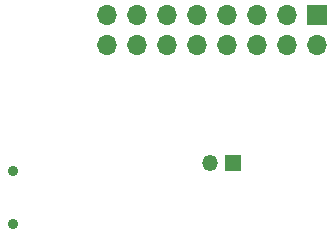
<source format=gbr>
%TF.GenerationSoftware,KiCad,Pcbnew,8.0.1*%
%TF.CreationDate,2024-03-24T23:27:44+02:00*%
%TF.ProjectId,Power Project PCB  v0,506f7765-7220-4507-926f-6a6563742050,rev?*%
%TF.SameCoordinates,Original*%
%TF.FileFunction,Soldermask,Bot*%
%TF.FilePolarity,Negative*%
%FSLAX46Y46*%
G04 Gerber Fmt 4.6, Leading zero omitted, Abs format (unit mm)*
G04 Created by KiCad (PCBNEW 8.0.1) date 2024-03-24 23:27:44*
%MOMM*%
%LPD*%
G01*
G04 APERTURE LIST*
%ADD10O,1.350000X1.350000*%
%ADD11R,1.350000X1.350000*%
%ADD12C,0.900000*%
%ADD13R,1.700000X1.700000*%
%ADD14O,1.700000X1.700000*%
G04 APERTURE END LIST*
D10*
%TO.C,J2*%
X135000000Y-44000000D03*
D11*
X137000000Y-44000000D03*
%TD*%
D12*
%TO.C,S1*%
X118364000Y-49204000D03*
X118364000Y-44704000D03*
%TD*%
D13*
%TO.C,J1*%
X144040000Y-31500000D03*
D14*
X144040000Y-34040000D03*
X141500000Y-31500000D03*
X141500000Y-34040000D03*
X138960000Y-31500000D03*
X138960000Y-34040000D03*
X136420000Y-31500000D03*
X136420000Y-34040000D03*
X133880000Y-31500000D03*
X133880000Y-34040000D03*
X131340000Y-31500000D03*
X131340000Y-34040000D03*
X128800000Y-31500000D03*
X128800000Y-34040000D03*
X126260000Y-31500000D03*
X126260000Y-34040000D03*
%TD*%
M02*

</source>
